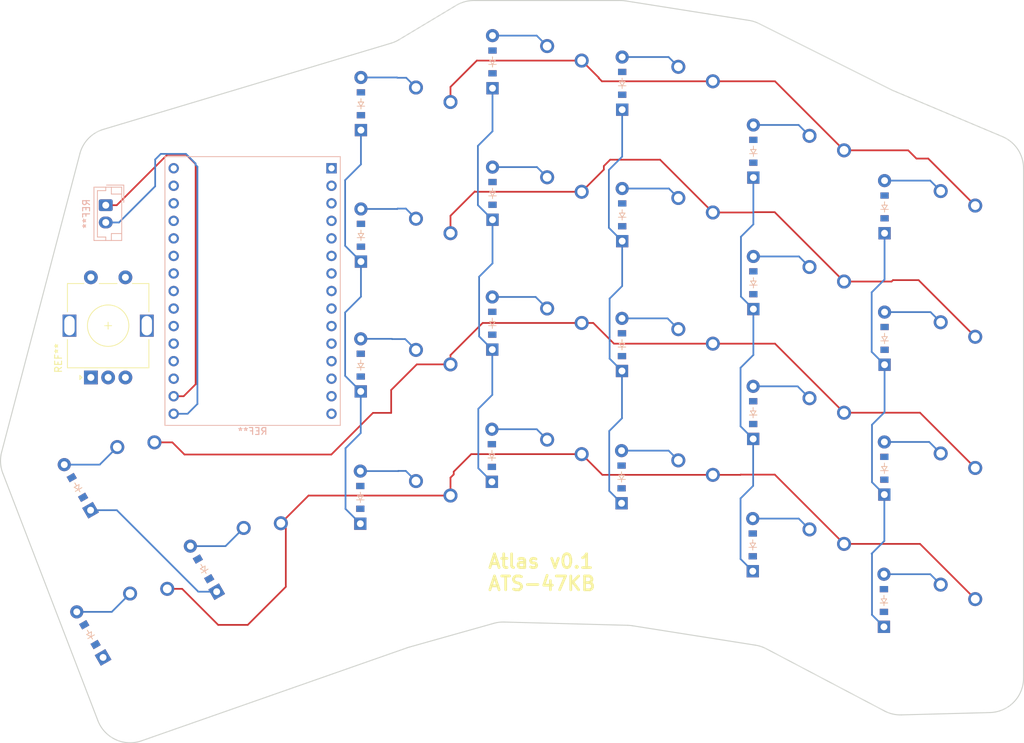
<source format=kicad_pcb>
(kicad_pcb (version 20240108) (generator "pcbnew") (generator_version "8.0")
  (title_block (title "right") (rev "v1.0.0") (company "Unknown"))
  (layers (0 "F.Cu" signal) (31 "B.Cu" signal) (34 "B.Paste" user) (35 "F.Paste" user) (36 "B.SilkS" user "B.Silkscreen") (37 "F.SilkS" user "F.Silkscreen") (38 "B.Mask" user) (39 "F.Mask" user) (44 "Edge.Cuts" user))
  (net 0 "")
  (net 1 "mirror_first_mods")
  (net 2 "mirror_first_bottom")
  (net 3 "mirror_first_home")
  (net 4 "mirror_first_top")
  (net 5 "mirror_second_mods")
  (net 6 "mirror_second_bottom")
  (net 7 "mirror_second_home")
  (net 8 "mirror_second_top")
  (net 9 "mirror_third_mods")
  (net 10 "mirror_third_bottom")
  (net 11 "mirror_third_home")
  (net 12 "mirror_third_top")
  (net 13 "mirror_fourth_mods")
  (net 14 "mirror_fourth_bottom")
  (net 15 "mirror_fourth_home")
  (net 16 "mirror_fourth_top")
  (net 17 "mirror_fifth_mods")
  (net 18 "mirror_fifth_bottom")
  (net 19 "mirror_fifth_home")
  (net 20 "mirror_fifth_top")
  (net 21 "mirror_macro_bottom")
  (net 22 "mirror_pinky_bottom")
  (net 23 "mirror_ring_bottom")
  (footprint "PG1350" (layer "F.Cu") (at 281 -65)
    (property "Reference" "S8" (hide yes))
    (property "Value" "" (hide yes))
  )
  (footprint "PG1350" (layer "F.Cu") (at 281 -27)
    (property "Reference" "S6" (hide yes))
    (property "Value" "" (hide yes))
  )
  (footprint "ComboDiode" (layer "F.Cu") (at 216.029646 -75.543348 90)
    (property "Reference" "D20" (hide yes))
    (property "Value" "" (hide yes))
  )
  (footprint "ComboDiode" (layer "F.Cu") (at 235.085697 -62.562322 90)
    (property "Reference" "D19" (hide yes))
    (property "Value" "" (hide yes))
  )
  (footprint "ComboDiode" (layer "F.Cu") (at 253.778011 -21.496273 90)
    (property "Reference" "D17" (hide yes))
    (property "Value" "" (hide yes))
  )
  (footprint "PG1350" (layer "F.Cu") (at 183.689746 -20.71429 30)
    (property "Reference" "S23" (hide yes))
    (property "Value" "" (hide yes))
  )
  (footprint "ComboDiode" (layer "F.Cu") (at 272.866521 -68.664576 90)
    (property "Reference" "D20" (hide yes))
    (property "Value" "" (hide yes))
  )
  (footprint "PG1350" (layer "F.Cu") (at 243 -78)
    (property "Reference" "S16" (hide yes))
    (property "Value" "" (hide yes))
  )
  (footprint "PG1350" (layer "F.Cu") (at 243 -59)
    (property "Reference" "S15" (hide yes))
    (property "Value" "" (hide yes))
  )
  (footprint "PG1350" (layer "F.Cu") (at 224 -53)
    (property "Reference" "S19" (hide yes))
    (property "Value" "" (hide yes))
  )
  (footprint "PG1350" (layer "F.Cu") (at 224 -15)
    (property "Reference" "S17" (hide yes))
    (property "Value" "" (hide yes))
  )
  (footprint "ComboDiode" (layer "F.Cu") (at 235.055477 -43.754205 90)
    (property "Reference" "D18" (hide yes))
    (property "Value" "" (hide yes))
  )
  (footprint "PG1350" (layer "F.Cu") (at 300 -57)
    (property "Reference" "S4" (hide yes))
    (property "Value" "" (hide yes))
  )
  (footprint "PG1350" (layer "F.Cu") (at 224 -72)
    (property "Reference" "S20" (hide yes))
    (property "Value" "" (hide yes))
  )
  (footprint "PG1350" (layer "F.Cu") (at 262 -18)
    (property "Reference" "S9" (hide yes))
    (property "Value" "" (hide yes))
  )
  (footprint "ComboDiode" (layer "F.Cu") (at 215.941684 -18.535475 90)
    (property "Reference" "D17" (hide yes))
    (property "Value" "" (hide yes))
  )
  (footprint "ComboDiode" (layer "F.Cu") (at 291.779107 -3.598435 90)
    (property "Reference" "D17" (hide yes))
    (property "Value" "" (hide yes))
  )
  (footprint "PG1350" (layer "F.Cu") (at 185.545517 0.5 30)
    (property "Reference" "S22" (hide yes))
    (property "Value" "" (hide yes))
  )
  (footprint "PG1350" (layer "F.Cu") (at 262 -75)
    (property "Reference" "S12" (hide yes))
    (property "Value" "" (hide yes))
  )
  (footprint "ComboDiode" (layer "F.Cu") (at 253.837133 -40.651843 90)
    (property "Reference" "D18" (hide yes))
    (property "Value" "" (hide yes))
  )
  (footprint "ComboDiode" (layer "F.Cu") (at 234.996355 -24.598635 90)
    (property "Reference" "D17" (hide yes))
    (property "Value" "" (hide yes))
  )
  (footprint "ComboDiode" (layer "F.Cu") (at 272.837681 -30.812273 90)
    (property "Reference" "D18" (hide yes))
    (property "Value" "" (hide yes))
  )
  (footprint "PG1350" (layer "F.Cu") (at 262 -56)
    (property "Reference" "S11" (hide yes))
    (property "Value" "" (hide yes))
  )
  (footprint "ComboDiode" (layer "F.Cu") (at 174.966232 -19.978706 120)
    (property "Reference" "D23" (hide yes))
    (property "Value" "" (hide yes))
  )
  (footprint "ComboDiode" (layer "F.Cu") (at 291.867069 -60.606308 90)
    (property "Reference" "D20" (hide yes))
    (property "Value" "" (hide yes))
  )
  (footprint "ComboDiode" (layer "F.Cu") (at 176.777591 1.343157 120)
    (property "Reference" "D22" (hide yes))
    (property "Value" "" (hide yes))
  )
  (footprint "ComboDiode" (layer "F.Cu") (at 272.867901 -49.62039 90)
    (property "Reference" "D19" (hide yes))
    (property "Value" "" (hide yes))
  )
  (footprint "ComboDiode" (layer "F.Cu") (at 193.230428 -8.177029 120)
    (property "Reference" "D21" (hide yes))
    (property "Value" "" (hide yes))
  )
  (footprint "PG1350" (layer "F.Cu") (at 300 -38)
    (property "Reference" "S3" (hide yes))
    (property "Value" "" (hide yes))
  )
  (footprint "ComboDiode" (layer "F.Cu") (at 235.084317 -81.606508 90)
    (property "Reference" "D20" (hide yes))
    (property "Value" "" (hide yes))
  )
  (footprint "PG1350" (layer "F.Cu") (at 281 -8)
    (property "Reference" "S5" (hide yes))
    (property "Value" "" (hide yes))
  )
  (footprint "ComboDiode" (layer "F.Cu") (at 291.868449 -41.562122 90)
    (property "Reference" "D19" (hide yes))
    (property "Value" "" (hide yes))
  )
  (footprint "ComboDiode" (layer "F.Cu") (at 216.031026 -56.499162 90)
    (property "Reference" "D19" (hide yes))
    (property "Value" "" (hide yes))
  )
  (footprint "PG1350" (layer "F.Cu") (at 243 -40)
    (property "Reference" "S14" (hide yes))
    (property "Value" "" (hide yes))
  )
  (footprint "ComboDiode" (layer "F.Cu") (at 216.000806 -37.691045 90)
    (property "Reference" "D18" (hide yes))
    (property "Value" "" (hide yes))
  )
  (footprint "ComboDiode" (layer "F.Cu") (at 253.867353 -59.45996 90)
    (property "Reference" "D19" (hide yes))
    (property "Value" "" (hide yes))
  )
  (footprint "PG1350" (layer "F.Cu") (at 300 -19)
    (property "Reference" "S2" (hide yes))
    (property "Value" "" (hide yes))
  )
  (footprint "PG1350" (layer "F.Cu") (at 224 -34)
    (property "Reference" "S18" (hide yes))
    (property "Value" "" (hide yes))
  )
  (footprint "PG1350" (layer "F.Cu") (at 202 -9 30)
    (property "Reference" "S21" (hide yes))
    (property "Value" "" (hide yes))
  )
  (footprint "PG1350" (layer "F.Cu") (at 262 -37)
    (property "Reference" "S10" (hide yes))
    (property "Value" "" (hide yes))
  )
  (footprint "ComboDiode" (layer "F.Cu") (at 291.838229 -22.754005 90)
    (property "Reference" "D18" (hide yes))
    (property "Value" "" (hide yes))
  )
  (footprint "ComboDiode" (layer "F.Cu") (at 253.865973 -78.504146 90)
    (property "Reference" "D20" (hide yes))
    (property "Value" "" (hide yes))
  )
  (footprint "PG1350" (layer "F.Cu") (at 281 -46)
    (property "Reference" "S7" (hide yes))
    (property "Value" "" (hide yes))
  )
  (footprint "ComboDiode" (layer "F.Cu") (at 272.778559 -11.656703 90)
    (property "Reference" "D17" (hide yes))
    (property "Value" "" (hide yes))
  )
  (footprint "PG1350" (layer "F.Cu") (at 243 -21)
    (property "Reference" "S13" (hide yes))
    (property "Value" "" (hide yes))
  )
  (footprint "Rotary_Encoder:RotaryEncoder_Alps_EC11E-Switch_Vertical_H20mm" (layer "F.Cu") (at 176.915503 -35.906015 90)
    (property "Reference" "REF**")
    (property "Value" "RotaryEncoder_Alps_EC11E-Switch_Vertical_H20mm")
  )
  (footprint "PG1350" (layer "F.Cu") (at 300 0)
    (property "Reference" "S1" (hide yes))
    (property "Value" "" (hide yes))
  )
  (footprint "Connector_JST:JST_EH_B2B-EH-A_1x02_P2.50mm_Vertical" (layer "B.Cu") (at 179.070742 -60.853767 -90)
    (property "Reference" "REF**")
    (property "Value" "JST_EH_B2B-EH-A_1x02_P2.50mm_Vertical")
  )
  (footprint "RF_Module:ESP32-C3-DevKitM-1" (layer "B.Cu") (at 211.76833 -66.206908 180)
    (property "Reference" "REF**")
    (property "Value" "ESP32-C3-DevKitM-1")
  )
  (gr_arc (start 273.183008 2.871001) (mid 273.97859 3.064489) (end 274.731927 3.385225) (stroke (width 0.15)) (layer "Edge.Cuts"))
  (gr_line (start 255.322201 0.050874) (end 273.183008 2.871001) (stroke (width 0.15)) (layer "Edge.Cuts"))
  (gr_arc (start 254.673922 -0.008581) (mid 254.99903 0.010584) (end 255.322201 0.050874) (stroke (width 0.15)) (layer "Edge.Cuts"))
  (gr_line (start 274.731927 3.385225) (end 291.84476 12.391979) (stroke (width 0.15)) (layer "Edge.Cuts"))
  (gr_line (start 272.235765 -87.620669) (end 254.387506 -90.438815) (stroke (width 0.15)) (layer "Edge.Cuts"))
  (gr_arc (start 164.161107 -22.036099) (mid 163.835987 -23.553578) (end 163.991821 -25.097651) (stroke (width 0.15)) (layer "Edge.Cuts"))
  (gr_arc (start 294.305025 12.965657) (mid 293.038064 12.836761) (end 291.84476 12.391979) (stroke (width 0.15)) (layer "Edge.Cuts"))
  (gr_arc (start 235.271374 -0.295075) (mid 236.007042 -0.443473) (end 236.756634 -0.480089) (stroke (width 0.15)) (layer "Edge.Cuts"))
  (gr_line (start 294.305025 12.965657) (end 307.131534 12.628118) (stroke (width 0.15)) (layer "Edge.Cuts"))
  (gr_arc (start 175.322628 -68.316003) (mid 176.562985 -70.521806) (end 178.724547 -71.837747) (stroke (width 0.15)) (layer "Edge.Cuts"))
  (gr_arc (start 272.235765 -87.620669) (mid 272.981839 -87.443332) (end 273.69202 -87.15399) (stroke (width 0.15)) (layer "Edge.Cuts"))
  (gr_arc (start 184.250711 16.72127) (mid 180.49759 16.539865) (end 177.930598 13.795893) (stroke (width 0.15)) (layer "Edge.Cuts"))
  (gr_arc (start 229.812441 -89.787464) (mid 231.050252 -90.318574) (end 232.38492 -90.5) (stroke (width 0.15)) (layer "Edge.Cuts"))
  (gr_arc (start 221.537447 -84.822468) (mid 220.984197 -84.535797) (end 220.399588 -84.320166) (stroke (width 0.15)) (layer "Edge.Cuts"))
  (gr_line (start 220.399588 -84.320166) (end 178.724547 -71.837747) (stroke (width 0.15)) (layer "Edge.Cuts"))
  (gr_line (start 253.607693 -90.5) (end 232.38492 -90.5) (stroke (width 0.15)) (layer "Edge.Cuts"))
  (gr_line (start 236.756634 -0.480089) (end 254.673921 -0.008581) (stroke (width 0.15)) (layer "Edge.Cuts"))
  (gr_line (start 175.322628 -68.316004) (end 163.991821 -25.097651) (stroke (width 0.15)) (layer "Edge.Cuts"))
  (gr_line (start 292.854325 -77.572838) (end 273.69202 -87.15399) (stroke (width 0.15)) (layer "Edge.Cuts"))
  (gr_line (start 229.812441 -89.787464) (end 221.537447 -84.822468) (stroke (width 0.15)) (layer "Edge.Cuts"))
  (gr_line (start 223.043351 3.144052) (end 235.271374 -0.295074) (stroke (width 0.15)) (layer "Edge.Cuts"))
  (gr_arc (start 312 7.629848) (mid 310.581736 11.118568) (end 307.131534 12.628118) (stroke (width 0.15)) (layer "Edge.Cuts"))
  (gr_arc (start 308.940285 -70.788301) (mid 311.165419 -68.945859) (end 312 -66.180124) (stroke (width 0.15)) (layer "Edge.Cuts"))
  (gr_arc (start 253.607693 -90.5) (mid 253.998798 -90.48468) (end 254.387506 -90.438815) (stroke (width 0.15)) (layer "Edge.Cuts"))
  (gr_line (start 184.250711 16.721269) (end 222.744217 3.238403) (stroke (width 0.15)) (layer "Edge.Cuts"))
  (gr_arc (start 222.744217 3.238403) (mid 222.893044 3.188881) (end 223.043351 3.144052) (stroke (width 0.15)) (layer "Edge.Cuts"))
  (gr_line (start 164.161107 -22.036099) (end 177.930598 13.795894) (stroke (width 0.15)) (layer "Edge.Cuts"))
  (gr_line (start 312 7.629848) (end 312 -66.180124) (stroke (width 0.15)) (layer "Edge.Cuts"))
  (gr_line (start 308.940285 -70.788301) (end 293.150108 -77.436797) (stroke (width 0.15)) (layer "Edge.Cuts"))
  (gr_arc (start 293.150108 -77.436797) (mid 293.001109 -77.502409) (end 292.854325 -77.572838) (stroke (width 0.15)) (layer "Edge.Cuts"))
  (gr_text "Atlas v0.1\nATS-47KB" (at 234.254274 -4.886067 0) (layer "F.SilkS") (effects (font (size 2 2) (thickness 0.4) (bold yes)) (justify left bottom)))
  (segment (start 305 -41.8) (end 296.795506 -50.004494) (width 0.25) (layer "F.Cu") (net 0))
  (segment (start 251.208453 -66.524074) (end 251.208453 -66.008453) (width 0.25) (layer "F.Cu") (net 0))
  (segment (start 204.430127 -14.790897) (end 205.147777 -14.073247) (width 0.25) (layer "F.Cu") (net 0))
  (segment (start 205.147777 -5.581395) (end 199.635253 -0.068871) (width 0.25) (layer "F.Cu") (net 0))
  (segment (start 286 -30.8) (end 276 -40.8) (width 0.25) (layer "F.Cu") (net 0))
  (segment (start 180.66261 -60.853767) (end 187.959282 -68.150439) (width 0.25) (layer "F.Cu") (net 0))
  (segment (start 275.967725 -21.832275) (end 271.033527 -21.832275) (width 0.25) (layer "F.Cu") (net 0))
  (segment (start 305 -3.8) (end 297 -11.8) (width 0.25) (layer "F.Cu") (net 0))
  (segment (start 229 -21.396291) (end 229 -18.8) (width 0.25) (layer "F.Cu") (net 0))
  (segment (start 199.635253 -0.068871) (end 195.355182 -0.068871) (width 0.25) (layer "F.Cu") (net 0))
  (segment (start 271.001252 -21.8) (end 267 -21.8) (width 0.25) (layer "F.Cu") (net 0))
  (segment (start 229 -37.8) (end 224.121174 -37.8) (width 0.25) (layer "F.Cu") (net 0))
  (segment (start 251.208453 -66.008453) (end 248 -62.8) (width 0.25) (layer "F.Cu") (net 0))
  (segment (start 229 -18.8) (end 208.43923 -18.8) (width 0.25) (layer "F.Cu") (net 0))
  (segment (start 267 -40.8) (end 252.675045 -40.8) (width 0.25) (layer "F.Cu") (net 0))
  (segment (start 276 -40.8) (end 267 -40.8) (width 0.25) (layer "F.Cu") (net 0))
  (segment (start 267 -78.8) (end 250.936787 -78.8) (width 0.25) (layer "F.Cu") (net 0))
  (segment (start 250.936787 -78.8) (end 250.478513 -79.258274) (width 0.25) (layer "F.Cu") (net 0))
  (segment (start 276 -78.8) (end 267 -78.8) (width 0.25) (layer "F.Cu") (net 0))
  (segment (start 249.675045 -43.8) (end 248 -43.8) (width 0.25) (layer "F.Cu") (net 0))
  (segment (start 252.675045 -40.8) (end 249.675045 -43.8) (width 0.25) (layer "F.Cu") (net 0))
  (segment (start 229 -39.141015) (end 229 -37.8) (width 0.25) (layer "F.Cu") (net 0))
  (segment (start 192.089679 -66.804579) (end 192.089679 -34.921622) (width 0.25) (layer "F.Cu") (net 0))
  (segment (start 259.355262 -67.444738) (end 252.129117 -67.444738) (width 0.25) (layer "F.Cu") (net 0))
  (segment (start 229.468521 -21.864812) (end 229 -21.396291) (width 0.25) (layer "F.Cu") (net 0))
  (segment (start 272.788016 -59.8) (end 267 -59.8) (width 0.25) (layer "F.Cu") (net 0))
  (segment (start 248 -43.8) (end 233.658985 -43.8) (width 0.25) (layer "F.Cu") (net 0))
  (segment (start 190.471685 -24.745189) (end 188.711687 -26.505187) (width 0.25) (layer "F.Cu") (net 0))
  (segment (start 305 -22.8) (end 297 -30.8) (width 0.25) (layer "F.Cu") (net 0))
  (segment (start 224.121174 -37.8) (end 220.410984 -34.08981) (width 0.25) (layer "F.Cu") (net 0))
  (segment (start 271.033527 -21.832275) (end 271.001252 -21.8) (width 0.25) (layer "F.Cu") (net 0))
  (segment (start 187.959282 -68.150439) (end 190.743819 -68.150439) (width 0.25) (layer "F.Cu") (net 0))
  (segment (start 286 -68.8) (end 276 -78.8) (width 0.25) (layer "F.Cu") (net 0))
  (segment (start 250.478513 -79.258274) (end 250.478513 -79.321487) (width 0.25) (layer "F.Cu") (net 0))
  (segment (start 251 -21.8) (end 248 -24.8) (width 0.25) (layer "F.Cu") (net 0))
  (segment (start 248 -24.8) (end 232.008191 -24.8) (width 0.25) (layer "F.Cu") (net 0))
  (segment (start 220.410984 -30.775086) (end 217.773911 -30.775086) (width 0.25) (layer "F.Cu") (net 0))
  (segment (start 252.129117 -67.444738) (end 251.208453 -66.524074) (width 0.25) (layer "F.Cu") (net 0))
  (segment (start 220.410984 -34.08981) (end 220.410984 -30.775086) (width 0.25) (layer "F.Cu") (net 0))
  (segment (start 179.070742 -60.853767) (end 180.66261 -60.853767) (width 0.25) (layer "F.Cu") (net 0))
  (segment (start 295.294409 -68.8) (end 286 -68.8) (width 0.25) (layer "F.Cu") (net 0))
  (segment (start 229 -77.984773) (end 229 -75.8) (width 0.25) (layer "F.Cu") (net 0))
  (segment (start 192.089679 -34.921622) (end 190.354965 -33.186908) (width 0.25) (layer "F.Cu") (net 0))
  (segment (start 190.354965 -33.186908) (end 188.90833 -33.186908) (width 0.25) (layer "F.Cu") (net 0))
  (segment (start 296.795506 -50.004494) (end 293.084523 -50.004494) (width 0.25) (layer "F.Cu") (net 0))
  (segment (start 297 -30.8) (end 286 -30.8) (width 0.25) (layer "F.Cu") (net 0))
  (segment (start 267 -21.8) (end 251 -21.8) (width 0.25) (layer "F.Cu") (net 0))
  (segment (start 298.191463 -67.608537) (end 296.485872 -67.608537) (width 0.25) (layer "F.Cu") (net 0))
  (segment (start 248 -62.8) (end 232.558085 -62.8) (width 0.25) (layer "F.Cu") (net 0))
  (segment (start 217.773911 -30.775086) (end 211.744014 -24.745189) (width 0.25) (layer "F.Cu") (net 0))
  (segment (start 229 -59.321305) (end 229 -56.8) (width 0.25) (layer "F.Cu") (net 0))
  (segment (start 305 -60.8) (end 298.191463 -67.608537) (width 0.25) (layer "F.Cu") (net 0))
  (segment (start 205.147777 -14.073247) (end 205.147777 -5.581395) (width 0.25) (layer "F.Cu") (net 0))
  (segment (start 248 -81.8) (end 232.815227 -81.8) (width 0.25) (layer "F.Cu") (net 0))
  (segment (start 233.658985 -43.8) (end 229 -39.141015) (width 0.25) (layer "F.Cu") (net 0))
  (segment (start 232.008191 -24.8) (end 229.468521 -22.26033) (width 0.25) (layer "F.Cu") (net 0))
  (segment (start 275.955532 -59.844468) (end 272.832484 -59.844468) (width 0.25) (layer "F.Cu") (net 0))
  (segment (start 229.468521 -22.26033) (end 229.468521 -21.864812) (width 0.25) (layer "F.Cu") (net 0))
  (segment (start 267 -59.8) (end 259.355262 -67.444738) (width 0.25) (layer "F.Cu") (net 0))
  (segment (start 232.558085 -62.8) (end 232.51839 -62.839695) (width 0.25) (layer "F.Cu") (net 0))
  (segment (start 286 -11.8) (end 275.967725 -21.832275) (width 0.25) (layer "F.Cu") (net 0))
  (segment (start 286 -49.8) (end 275.955532 -59.844468) (width 0.25) (layer "F.Cu") (net 0))
  (segment (start 232.51839 -62.839695) (end 229 -59.321305) (width 0.25) (layer "F.Cu") (net 0))
  (segment (start 195.355182 -0.068871) (end 190.133156 -5.290897) (width 0.25) (layer "F.Cu") (net 0))
  (segment (start 296.485872 -67.608537) (end 295.294409 -68.8) (width 0.25) (layer "F.Cu") (net 0))
  (segment (start 211.744014 -24.745189) (end 190.471685 -24.745189) (width 0.25) (layer "F.Cu") (net 0))
  (segment (start 297 -11.8) (end 286 -11.8) (width 0.25) (layer "F.Cu") (net 0))
  (segment (start 188.711687 -26.505187) (end 186.119873 -26.505187) (width 0.25) (layer "F.Cu") (net 0))
  (segment (start 190.133156 -5.290897) (end 187.975644 -5.290897) (width 0.25) (layer "F.Cu") (net 0))
  (segment (start 293.084523 -50.004494) (end 292.880029 -49.8) (width 0.25) (layer "F.Cu") (net 0))
  (segment (start 272.832484 -59.844468) (end 272.788016 -59.8) (width 0.25) (layer "F.Cu") (net 0))
  (segment (start 190.743819 -68.150439) (end 192.089679 -66.804579) (width 0.25) (layer "F.Cu") (net 0))
  (segment (start 250.478513 -79.321487) (end 248 -81.8) (width 0.25) (layer "F.Cu") (net 0))
  (segment (start 208.43923 -18.8) (end 204.430127 -14.790897) (width 0.25) (layer "F.Cu") (net 0))
  (segment (start 232.815227 -81.8) (end 229 -77.984773) (width 0.25) (layer "F.Cu") (net 0))
  (segment (start 292.880029 -49.8) (end 286 -49.8) (width 0.25) (layer "F.Cu") (net 0))
  (segment (start 180.986242 -58.353767) (end 186.229629 -63.597154) (width 0.25) (layer "B.Cu") (net 0))
  (segment (start 190.92511 -30.646908) (end 188.90833 -30.646908) (width 0.25) (layer "B.Cu") (net 0))
  (segment (start 272.866521 -64.854576) (end 272.866521 -58.085794) (width 0.25) (layer "B.Cu") (net 0))
  (segment (start 213.79733 -16.869829) (end 215.941684 -14.725475) (width 0.25) (layer "B.Cu") (net 0))
  (segment (start 180.676126 -16.679149) (end 192.477803 -4.877472) (width 0.25) (layer "B.Cu") (net 0))
  (segment (start 252.048449 -47.333135) (end 252.048449 -38.630527) (width 0.25) (layer "B.Cu") (net 0))
  (segment (start 187.043105 -68.284763) (end 190.687482 -68.284763) (width 0.25) (layer "B.Cu") (net 0))
  (segment (start 235.055477 -39.944205) (end 235.055477 -33.390189) (width 0.25) (layer "B.Cu") (net 0))
  (segment (start 213.741932 -45.316236) (end 213.741932 -36.139919) (width 0.25) (layer "B.Cu") (net 0))
  (segment (start 179.070742 -58.353767) (end 180.986242 -58.353767) (width 0.25) (layer "B.Cu") (net 0))
  (segment (start 291.838229 -18.944005) (end 291.838229 -12.225581) (width 0.25) (layer "B.Cu") (net 0))
  (segment (start 233.147132 -41.85255) (end 235.055477 -39.944205) (width 0.25) (layer "B.Cu") (net 0))
  (segment (start 252.048449 -38.630527) (end 253.837133 -36.841843) (width 0.25) (layer "B.Cu") (net 0))
  (segment (start 271.009941 -28.830013) (end 272.837681 -27.002273) (width 0.25) (layer "B.Cu") (net 0))
  (segment (start 291.838229 -12.225581) (end 290.002072 -10.389424) (width 0.25) (layer "B.Cu") (net 0))
  (segment (start 290.002072 -39.618499) (end 291.868449 -37.752122) (width 0.25) (layer "B.Cu") (net 0))
  (segment (start 232.970549 -60.86747) (end 235.085697 -58.752322) (width 0.25) (layer "B.Cu") (net 0))
  (segment (start 235.055477 -33.390189) (end 233.02941 -31.364122) (width 0.25) (layer "B.Cu") (net 0))
  (segment (start 290.047828 -29.057694) (end 290.047828 -20.734406) (width 0.25) (layer "B.Cu") (net 0))
  (segment (start 271.009941 -18.384388) (end 271.009941 -9.615321) (width 0.25) (layer "B.Cu") (net 0))
  (segment (start 253.865973 -74.694146) (end 253.865973 -67.890355) (width 0.25) (layer "B.Cu") (net 0))
  (segment (start 291.868449 -30.878315) (end 290.047828 -29.057694) (width 0.25) (layer "B.Cu") (net 0))
  (segment (start 213.79733 -25.649874) (end 213.79733 -16.869829) (width 0.25) (layer "B.Cu") (net 0))
  (segment (start 190.687482 -68.284763) (end 192.086662 -66.885583) (width 0.25) (layer "B.Cu") (net 0))
  (segment (start 176.871232 -16.679149) (end 180.676126 -16.679149) (width 0.25) (layer "B.Cu") (net 0))
  (segment (start 235.084317 -71.560747) (end 232.970549 -69.446979) (width 0.25) (layer "B.Cu") (net 0))
  (segment (start 192.346975 -66.430036) (end 192.346975 -32.068773) (width 0.25) (layer "B.Cu") (net 0))
  (segment (start 272.867901 -45.81039) (end 272.867901 -39.164761) (width 0.25) (layer "B.Cu") (net 0))
  (segment (start 216.031026 -52.689162) (end 216.031026 -47.60533) (width 0.25) (layer "B.Cu") (net 0))
  (segment (start 235.085697 -52.432407) (end 233.147132 -50.493842) (width 0.25) (layer "B.Cu") (net 0))
  (segment (start 291.867069 -50.094271) (end 290.002072 -48.229274) (width 0.25) (layer "B.Cu") (net 0))
  (segment (start 213.741932 -54.978256) (end 216.031026 -52.689162) (width 0.25) (layer "B.Cu") (net 0))
  (segment (start 192.477803 -4.877472) (end 195.135428 -4.877472) (width 0.25) (layer "B.Cu") (net 0))
  (segment (start 192.346975 -32.068773) (end 190.92511 -30.646908) (width 0.25) (layer "B.Cu") (net 0))
  (segment (start 290.047828 -20.734406) (end 291.838229 -18.944005) (width 0.25) (layer "B.Cu") (net 0))
  (segment (start 291.867069 -56.796308) (end 291.867069 -50.094271) (width 0.25) (layer "B.Cu") (net 0))
  (segment (start 253.837133 -36.841843) (end 253.837133 -29.998564) (width 0.25) (layer "B.Cu") (net 0))
  (segment (start 216.029646 -66.771729) (end 213.741932 -64.484015) (width 0.25) (layer "B.Cu") (net 0))
  (segment (start 235.085697 -58.752322) (end 235.085697 -52.432407) (width 0.25) (layer "B.Cu") (net 0))
  (segment (start 291.868449 -37.752122) (end 291.868449 -30.878315) (width 0.25) (layer "B.Cu") (net 0))
  (segment (start 253.865973 -67.890355) (end 251.93886 -65.963242) (width 0.25) (layer "B.Cu") (net 0))
  (segment (start 251.93886 -57.578453) (end 253.867353 -55.64996) (width 0.25) (layer "B.Cu") (net 0))
  (segment (start 192.086662 -66.885583) (end 192.086662 -66.690349) (width 0.25) (layer "B.Cu") (net 0))
  (segment (start 272.837681 -20.212128) (end 271.009941 -18.384388) (width 0.25) (layer "B.Cu") (net 0))
  (segment (start 271.068706 -47.609585) (end 272.867901 -45.81039) (width 0.25) (layer "B.Cu") (net 0))
  (segment (start 290.002072 -48.229274) (end 290.002072 -39.618499) (width 0.25) (layer "B.Cu") (net 0))
  (segment (start 251.993654 -28.155085) (end 251.993654 -19.47063) (width 0.25) (layer "B.Cu") (net 0))
  (segment (start 192.086662 -66.690349) (end 192.346975 -66.430036) (width 0.25) (layer "B.Cu") (net 0))
  (segment (start 290.047828 -10.343668) (end 290.047828 -1.519714) (width 0.25) (layer "B.Cu") (net 0))
  (segment (start 253.867353 -49.152039) (end 252.048449 -47.333135) (width 0.25) (layer "B.Cu") (net 0))
  (segment (start 271.009941 -37.306801) (end 271.009941 -28.830013) (width 0.25) (layer "B.Cu") (net 0))
  (segment (start 253.837133 -29.998564) (end 251.993654 -28.155085) (width 0.25) (layer "B.Cu") (net 0))
  (segment (start 213.741932 -36.139919) (end 216.000806 -33.881045) (width 0.25) (layer "B.Cu") (net 0))
  (segment (start 233.02941 -22.75558) (end 234.996355 -20.788635) (width 0.25) (layer "B.Cu") (net 0))
  (segment (start 186.229629 -63.597154) (end 186.229629 -67.471287) (width 0.25) (layer "B.Cu") (net 0))
  (segment (start 216.029646 -71.733348) (end 216.029646 -66.771729) (width 0.25) (layer "B.Cu") (net 0))
  (segment (start 271.009941 -9.615321) (end 272.778559 -7.846703) (width 0.25) (layer "B.Cu") (net 0))
  (segment (start 271.068706 -56.287979) (end 271.068706 -47.609585) (width 0.25) (layer "B.Cu") (net 0))
  (segment (start 272.866521 -58.085794) (end 271.068706 -56.287979) (width 0.25) (layer "B.Cu") (net 0))
  (segment (start 251.993654 -19.47063) (end 253.778011 -17.686273) (width 0.25) (layer "B.Cu") (net 0))
  (segment (start 213.741932 -64.484015) (end 213.741932 -54.978256) (width 0.25) (layer "B.Cu") (net 0))
  (segment (start 272.867901 -39.164761) (end 271.009941 -37.306801) (width 0.25) (layer "B.Cu") (net 0))
  (segment (start 216.000806 -33.881045) (end 216.000806 -27.85335) (width 0.25) (layer "B.Cu") (net 0))
  (segment (start 232.970549 -69.446979) (end 232.970549 -60.86747) (width 0.25) (layer "B.Cu") (net 0))
  (segment (start 186.229629 -67.471287) (end 187.043105 -68.284763) (width 0.25) (layer "B.Cu") (net 0))
  (segment (start 216.000806 -27.85335) (end 213.79733 -25.649874) (width 0.25) (layer "B.Cu") (net 0))
  (segment (start 290.002072 -10.389424) (end 290.047828 -10.343668) (width 0.25) (layer "B.Cu") (net 0))
  (segment (start 233.147132 -50.493842) (end 233.147132 -41.85255) (width 0.25) (layer "B.Cu") (net 0))
  (segment (start 253.867353 -55.64996) (end 253.867353 -49.152039) (width 0.25) (layer "B.Cu") (net 0))
  (segment (start 233.02941 -31.364122) (end 233.02941 -22.75558) (width 0.25) (layer "B.Cu") (net 0))
  (segment (start 251.93886 -65.963242) (end 251.93886 -57.578453) (width 0.25) (layer "B.Cu") (net 0))
  (segment (start 272.837681 -27.002273) (end 272.837681 -20.212128) (width 0.25) (layer "B.Cu") (net 0))
  (segment (start 235.084317 -77.796508) (end 235.084317 -71.560747) (width 0.25) (layer "B.Cu") (net 0))
  (segment (start 216.031026 -47.60533) (end 213.741932 -45.316236) (width 0.25) (layer "B.Cu") (net 0))
  (segment (start 290.047828 -1.519714) (end 291.779107 0.211565) (width 0.25) (layer "B.Cu") (net 0))
  (segment (start 291.779107 -7.408435) (end 298.491565 -7.408435) (width 0.25) (layer "B.Cu") (net 1))
  (segment (start 298.491565 -7.408435) (end 300 -5.9) (width 0.25) (layer "B.Cu") (net 1))
  (segment (start 298.335995 -26.564005) (end 300 -24.9) (width 0.25) (layer "B.Cu") (net 2))
  (segment (start 291.838229 -26.564005) (end 298.335995 -26.564005) (width 0.25) (layer "B.Cu") (net 2))
  (segment (start 291.868449 -45.372122) (end 298.527878 -45.372122) (width 0.25) (layer "B.Cu") (net 3))
  (segment (start 298.527878 -45.372122) (end 300 -43.9) (width 0.25) (layer "B.Cu") (net 3))
  (segment (start 298.483692 -64.416308) (end 300 -62.9) (width 0.25) (layer "B.Cu") (net 4))
  (segment (start 291.867069 -64.416308) (end 298.483692 -64.416308) (width 0.25) (layer "B.Cu") (net 4))
  (segment (start 272.778559 -15.466703) (end 279.433297 -15.466703) (width 0.25) (layer "B.Cu") (net 5))
  (segment (start 279.433297 -15.466703) (end 281 -13.9) (width 0.25) (layer "B.Cu") (net 5))
  (segment (start 272.837681 -34.622273) (end 279.277727 -34.622273) (width 0.25) (layer "B.Cu") (net 6))
  (segment (start 279.277727 -34.622273) (end 281 -32.9) (width 0.25) (layer "B.Cu") (net 6))
  (segment (start 272.867901 -53.43039) (end 279.46961 -53.43039) (width 0.25) (layer "B.Cu") (net 7))
  (segment (start 279.46961 -53.43039) (end 281 -51.9) (width 0.25) (layer "B.Cu") (net 7))
  (segment (start 272.866521 -72.474576) (end 279.425424 -72.474576) (width 0.25) (layer "B.Cu") (net 8))
  (segment (start 279.425424 -72.474576) (end 281 -70.9) (width 0.25) (layer "B.Cu") (net 8))
  (segment (start 253.778011 -25.306273) (end 260.593727 -25.306273) (width 0.25) (layer "B.Cu") (net 9))
  (segment (start 260.593727 -25.306273) (end 262 -23.9) (width 0.25) (layer "B.Cu") (net 9))
  (segment (start 260.438157 -44.461843) (end 262 -42.9) (width 0.25) (layer "B.Cu") (net 10))
  (segment (start 253.837133 -44.461843) (end 260.438157 -44.461843) (width 0.25) (layer "B.Cu") (net 10))
  (segment (start 253.867353 -63.26996) (end 260.63004 -63.26996) (width 0.25) (layer "B.Cu") (net 11))
  (segment (start 260.63004 -63.26996) (end 262 -61.9) (width 0.25) (layer "B.Cu") (net 11))
  (segment (start 253.865973 -82.314146) (end 260.585854 -82.314146) (width 0.25) (layer "B.Cu") (net 12))
  (segment (start 260.585854 -82.314146) (end 262 -80.9) (width 0.25) (layer "B.Cu") (net 12))
  (segment (start 234.996355 -28.408635) (end 241.491365 -28.408635) (width 0.25) (layer "B.Cu") (net 13))
  (segment (start 241.491365 -28.408635) (end 243 -26.9) (width 0.25) (layer "B.Cu") (net 13))
  (segment (start 235.055477 -47.564205) (end 241.335795 -47.564205) (width 0.25) (layer "B.Cu") (net 14))
  (segment (start 241.335795 -47.564205) (end 243 -45.9) (width 0.25) (layer "B.Cu") (net 14))
  (segment (start 241.527678 -66.372322) (end 243 -64.9) (width 0.25) (layer "B.Cu") (net 15))
  (segment (start 235.085697 -66.372322) (end 241.527678 -66.372322) (width 0.25) (layer "B.Cu") (net 15))
  (segment (start 235.084317 -85.416508) (end 241.483492 -85.416508) (width 0.25) (layer "B.Cu") (net 16))
  (segment (start 241.483492 -85.416508) (end 243 -83.9) (width 0.25) (layer "B.Cu") (net 16))
  (segment (start 221.43068 -22.345475) (end 215.941684 -22.345475) (width 0.25) (layer "B.Cu") (net 17))
  (segment (start 221.451666 -22.366461) (end 221.43068 -22.345475) (width 0.25) (layer "B.Cu") (net 17))
  (segment (start 224 -20.9) (end 222.533539 -22.366461) (width 0.25) (layer "B.Cu") (net 17))
  (segment (start 222.533539 -22.366461) (end 221.451666 -22.366461) (width 0.25) (layer "B.Cu") (net 17))
  (segment (start 220.549365 -41.465145) (end 220.513465 -41.501045) (width 0.25) (layer "B.Cu") (net 18))
  (segment (start 220.513465 -41.501045) (end 216.000806 -41.501045) (width 0.25) (layer "B.Cu") (net 18))
  (segment (start 222.434855 -41.465145) (end 220.549365 -41.465145) (width 0.25) (layer "B.Cu") (net 18))
  (segment (start 224 -39.9) (end 222.434855 -41.465145) (width 0.25) (layer "B.Cu") (net 18))
  (segment (start 222.536682 -60.363318) (end 221.35141 -60.363318) (width 0.25) (layer "B.Cu") (net 19))
  (segment (start 224 -58.9) (end 222.536682 -60.363318) (width 0.25) (layer "B.Cu") (net 19))
  (segment (start 221.35141 -60.363318) (end 221.297254 -60.309162) (width 0.25) (layer "B.Cu") (net 19))
  (segment (start 221.297254 -60.309162) (end 216.031026 -60.309162) (width 0.25) (layer "B.Cu") (net 19))
  (segment (start 224 -77.9) (end 222.588381 -79.311619) (width 0.25) (layer "B.Cu") (net 20))
  (segment (start 221.259553 -79.353348) (end 216.029646 -79.353348) (width 0.25) (layer "B.Cu") (net 20))
  (segment (start 222.588381 -79.311619) (end 221.301282 -79.311619) (width 0.25) (layer "B.Cu") (net 20))
  (segment (start 221.301282 -79.311619) (end 221.259553 -79.353348) (width 0.25) (layer "B.Cu") (net 20))
  (segment (start 191.325428 -11.476586) (end 196.417036 -11.476586) (width 0.25) (layer "B.Cu") (net 21))
  (segment (start 196.417036 -11.476586) (end 199.05 -14.10955) (width 0.25) (layer "B.Cu") (net 21))
  (segment (start 174.872591 -1.9564) (end 179.942367 -1.9564) (width 0.25) (layer "B.Cu") (net 22))
  (segment (start 179.942367 -1.9564) (end 182.595517 -4.60955) (width 0.25) (layer "B.Cu") (net 22))
  (segment (start 178.194169 -23.278263) (end 180.739746 -25.82384) (width 0.25) (layer "B.Cu") (net 23))
  (segment (start 173.061232 -23.278263) (end 178.194169 -23.278263) (width 0.25) (layer "B.Cu") (net 23))
)
</source>
